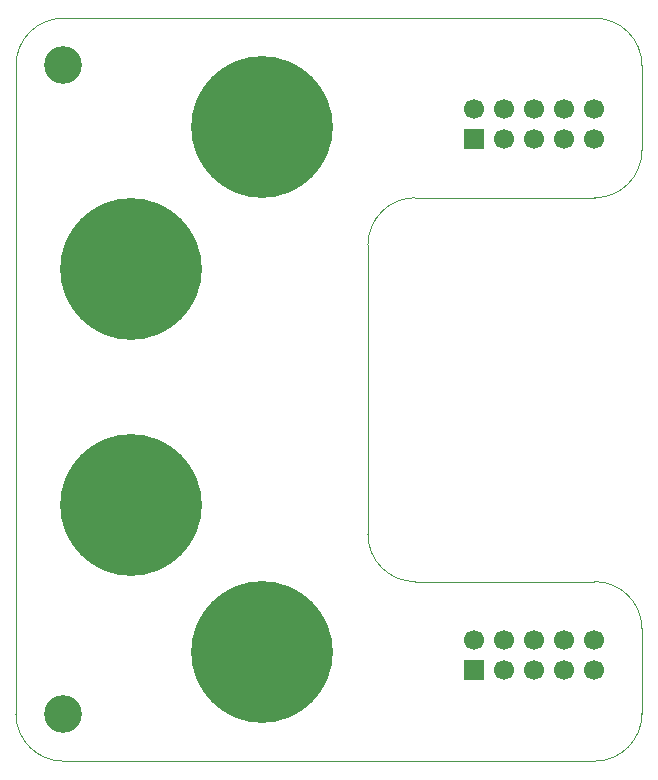
<source format=gbs>
G04 #@! TF.GenerationSoftware,KiCad,Pcbnew,9.0.3*
G04 #@! TF.CreationDate,2025-08-14T23:55:57-06:00*
G04 #@! TF.ProjectId,ProtoboardSourcePCB,50726f74-6f62-46f6-9172-64536f757263,rev?*
G04 #@! TF.SameCoordinates,Original*
G04 #@! TF.FileFunction,Soldermask,Bot*
G04 #@! TF.FilePolarity,Negative*
%FSLAX46Y46*%
G04 Gerber Fmt 4.6, Leading zero omitted, Abs format (unit mm)*
G04 Created by KiCad (PCBNEW 9.0.3) date 2025-08-14 23:55:57*
%MOMM*%
%LPD*%
G01*
G04 APERTURE LIST*
%ADD10C,3.200000*%
%ADD11C,12.000000*%
%ADD12R,1.700000X1.700000*%
%ADD13C,1.700000*%
G04 #@! TA.AperFunction,Profile*
%ADD14C,0.050000*%
G04 #@! TD*
G04 APERTURE END LIST*
D10*
X114200000Y-98700000D03*
X114200000Y-43800000D03*
D11*
X131000000Y-93500000D03*
X119900000Y-61000000D03*
D12*
X149000000Y-95000000D03*
D13*
X149000000Y-92460000D03*
X151540000Y-95000000D03*
X151540000Y-92460000D03*
X154080000Y-95000000D03*
X154080000Y-92460000D03*
X156620000Y-95000000D03*
X156620000Y-92460000D03*
X159160000Y-95000000D03*
X159160000Y-92460000D03*
D11*
X131000000Y-49000000D03*
D12*
X149000000Y-50000000D03*
D13*
X149000000Y-47460000D03*
X151540000Y-50000000D03*
X151540000Y-47460000D03*
X154080000Y-50000000D03*
X154080000Y-47460000D03*
X156620000Y-50000000D03*
X156620000Y-47460000D03*
X159160000Y-50000000D03*
X159160000Y-47460000D03*
D11*
X119900000Y-81000000D03*
D14*
X159200000Y-39800000D02*
G75*
G02*
X163200000Y-43800000I0J-4000000D01*
G01*
X144000000Y-87500000D02*
G75*
G02*
X140000000Y-83500000I0J4000000D01*
G01*
X144000000Y-87500000D02*
X159171573Y-87500000D01*
X163200000Y-51000000D02*
G75*
G02*
X159200000Y-55000000I-4000000J0D01*
G01*
X159171573Y-87500000D02*
G75*
G02*
X163200000Y-91471573I28427J-4000000D01*
G01*
X163200000Y-98671573D02*
G75*
G02*
X159228427Y-102700000I-4000000J-28427D01*
G01*
X110200000Y-43800000D02*
G75*
G02*
X114200000Y-39800000I4000000J0D01*
G01*
X163200000Y-91471575D02*
X163200000Y-98671573D01*
X114228427Y-102699999D02*
X159228427Y-102700000D01*
X144000000Y-55000000D02*
X159200000Y-55000000D01*
X140000000Y-59000000D02*
X140000000Y-83500000D01*
X110200000Y-43800000D02*
X110200000Y-98728427D01*
X114228427Y-102700000D02*
G75*
G02*
X110200000Y-98728427I-28427J4000000D01*
G01*
X163200000Y-43800000D02*
X163200000Y-51000000D01*
X140000000Y-59000000D02*
G75*
G02*
X144000000Y-55000000I4000000J0D01*
G01*
X114200000Y-39800000D02*
X159200000Y-39800000D01*
M02*

</source>
